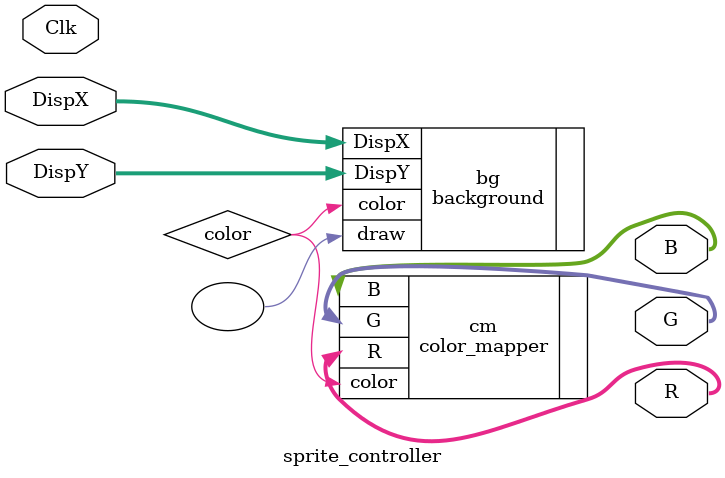
<source format=sv>
module sprite_controller
(
    input logic Clk,
    input logic [9:0] DispX, DispY,
    output logic [7:0] R, G, B
);

color_mapper cm
(
    .color(color),
    .R(R),
    .G(G),
    .B(B)
);

background bg
(
    .DispX(DispX),
    .DispY(DispY),
    .color(color),
    .draw()
);

endmodule

</source>
